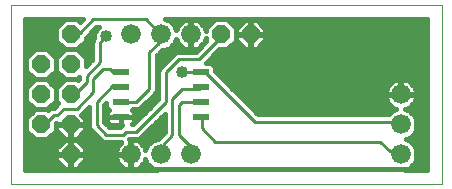
<source format=gtl>
G75*
%MOIN*%
%OFA0B0*%
%FSLAX25Y25*%
%IPPOS*%
%LPD*%
%AMOC8*
5,1,8,0,0,1.08239X$1,22.5*
%
%ADD10C,0.00000*%
%ADD11C,0.06600*%
%ADD12R,0.05512X0.01969*%
%ADD13OC8,0.06000*%
%ADD14C,0.01600*%
%ADD15C,0.01000*%
%ADD16C,0.04000*%
D10*
X0001800Y0001800D02*
X0001800Y0061761D01*
X0145501Y0061761D01*
X0145501Y0001800D01*
X0001800Y0001800D01*
D11*
X0041800Y0011800D03*
X0051800Y0011800D03*
X0061800Y0011800D03*
X0131800Y0011800D03*
X0131800Y0021800D03*
X0131800Y0031800D03*
X0061800Y0051800D03*
X0051800Y0051800D03*
X0041800Y0051800D03*
D12*
X0038398Y0039300D03*
X0038398Y0034339D03*
X0038398Y0029339D03*
X0038398Y0024339D03*
X0065202Y0024300D03*
X0065202Y0029300D03*
X0065202Y0034300D03*
X0065202Y0039300D03*
D13*
X0071800Y0051800D03*
X0081800Y0051800D03*
X0021800Y0051800D03*
X0021800Y0041800D03*
X0011800Y0041800D03*
X0011800Y0031800D03*
X0021800Y0031800D03*
X0021800Y0021800D03*
X0011800Y0021800D03*
X0021800Y0011850D03*
D14*
X0022000Y0012050D02*
X0026600Y0012050D01*
X0026600Y0013838D01*
X0023788Y0016650D01*
X0022000Y0016650D01*
X0022000Y0012050D01*
X0022000Y0011650D01*
X0026600Y0011650D01*
X0026600Y0009862D01*
X0023788Y0007050D01*
X0022000Y0007050D01*
X0022000Y0011650D01*
X0021600Y0011650D01*
X0021600Y0007050D01*
X0019812Y0007050D01*
X0017000Y0009862D01*
X0017000Y0011650D01*
X0021600Y0011650D01*
X0021600Y0012050D01*
X0021600Y0016650D01*
X0019812Y0016650D01*
X0017000Y0013838D01*
X0017000Y0012050D01*
X0021600Y0012050D01*
X0022000Y0012050D01*
X0022000Y0011391D02*
X0021600Y0011391D01*
X0021600Y0009793D02*
X0022000Y0009793D01*
X0022000Y0008194D02*
X0021600Y0008194D01*
X0018668Y0008194D02*
X0006600Y0008194D01*
X0006600Y0006600D02*
X0006600Y0056961D01*
X0025925Y0056961D01*
X0024818Y0055853D01*
X0023871Y0056800D01*
X0019729Y0056800D01*
X0016800Y0053871D01*
X0016800Y0049729D01*
X0019729Y0046800D01*
X0016800Y0043871D01*
X0013871Y0046800D01*
X0009729Y0046800D01*
X0006800Y0043871D01*
X0006800Y0039729D01*
X0009729Y0036800D01*
X0006800Y0033871D01*
X0006800Y0029729D01*
X0009729Y0026800D01*
X0013871Y0026800D01*
X0016800Y0029729D01*
X0016800Y0033871D01*
X0013871Y0036800D01*
X0009729Y0036800D01*
X0013871Y0036800D01*
X0016800Y0039729D01*
X0016800Y0043871D01*
X0016800Y0039729D01*
X0019729Y0036800D01*
X0016800Y0033871D01*
X0016800Y0029729D01*
X0017647Y0028882D01*
X0016164Y0027400D01*
X0015603Y0027400D01*
X0014684Y0027019D01*
X0014168Y0026503D01*
X0013871Y0026800D01*
X0009729Y0026800D01*
X0006800Y0023871D01*
X0006800Y0019729D01*
X0009729Y0016800D01*
X0013871Y0016800D01*
X0016800Y0019729D01*
X0016800Y0022064D01*
X0017000Y0022264D01*
X0017000Y0022000D01*
X0021600Y0022000D01*
X0021600Y0021600D01*
X0022000Y0021600D01*
X0022000Y0022000D01*
X0026600Y0022000D01*
X0026600Y0023788D01*
X0025312Y0025076D01*
X0025919Y0025684D01*
X0027900Y0027664D01*
X0027900Y0021103D01*
X0028281Y0020184D01*
X0031581Y0016884D01*
X0032284Y0016181D01*
X0033203Y0015800D01*
X0038629Y0015800D01*
X0038478Y0015690D01*
X0037910Y0015122D01*
X0037438Y0014473D01*
X0037074Y0013758D01*
X0036826Y0012994D01*
X0036700Y0012201D01*
X0036700Y0012000D01*
X0041600Y0012000D01*
X0041600Y0016900D01*
X0041399Y0016900D01*
X0041324Y0016888D01*
X0041336Y0016900D01*
X0044097Y0016900D01*
X0045016Y0017281D01*
X0053200Y0025464D01*
X0053200Y0019336D01*
X0050984Y0017119D01*
X0050964Y0017100D01*
X0050746Y0017100D01*
X0048798Y0016293D01*
X0047307Y0014802D01*
X0046679Y0013287D01*
X0046526Y0013758D01*
X0046162Y0014473D01*
X0045690Y0015122D01*
X0045122Y0015690D01*
X0044473Y0016162D01*
X0043758Y0016526D01*
X0042994Y0016774D01*
X0042201Y0016900D01*
X0042000Y0016900D01*
X0042000Y0012000D01*
X0041600Y0012000D01*
X0041600Y0011600D01*
X0042000Y0011600D01*
X0042000Y0006700D01*
X0042201Y0006700D01*
X0042994Y0006826D01*
X0043758Y0007074D01*
X0044473Y0007438D01*
X0045122Y0007910D01*
X0045690Y0008478D01*
X0046162Y0009127D01*
X0046526Y0009842D01*
X0046679Y0010313D01*
X0047307Y0008798D01*
X0048798Y0007307D01*
X0050504Y0006600D01*
X0006600Y0006600D01*
X0006600Y0009793D02*
X0017069Y0009793D01*
X0017000Y0011391D02*
X0006600Y0011391D01*
X0006600Y0012990D02*
X0017000Y0012990D01*
X0017750Y0014588D02*
X0006600Y0014588D01*
X0006600Y0016187D02*
X0019348Y0016187D01*
X0019812Y0017000D02*
X0021600Y0017000D01*
X0021600Y0021600D01*
X0017000Y0021600D01*
X0017000Y0019812D01*
X0019812Y0017000D01*
X0019027Y0017785D02*
X0014856Y0017785D01*
X0016455Y0019384D02*
X0017428Y0019384D01*
X0017000Y0020982D02*
X0016800Y0020982D01*
X0021600Y0020982D02*
X0022000Y0020982D01*
X0022000Y0021600D02*
X0022000Y0017000D01*
X0023788Y0017000D01*
X0026600Y0019812D01*
X0026600Y0021600D01*
X0022000Y0021600D01*
X0022000Y0019384D02*
X0021600Y0019384D01*
X0021600Y0017785D02*
X0022000Y0017785D01*
X0022000Y0016187D02*
X0021600Y0016187D01*
X0024252Y0016187D02*
X0032278Y0016187D01*
X0030679Y0017785D02*
X0024573Y0017785D01*
X0026172Y0019384D02*
X0029081Y0019384D01*
X0027950Y0020982D02*
X0026600Y0020982D01*
X0026600Y0022581D02*
X0027900Y0022581D01*
X0027900Y0024179D02*
X0026209Y0024179D01*
X0026013Y0025778D02*
X0027900Y0025778D01*
X0027900Y0027376D02*
X0027612Y0027376D01*
X0032900Y0027376D02*
X0033793Y0027376D01*
X0033643Y0027527D02*
X0034471Y0026698D01*
X0034202Y0026429D01*
X0033965Y0026018D01*
X0033843Y0025561D01*
X0033843Y0024339D01*
X0033843Y0023118D01*
X0033965Y0022660D01*
X0034202Y0022250D01*
X0034537Y0021915D01*
X0034948Y0021678D01*
X0035406Y0021555D01*
X0038398Y0021555D01*
X0038398Y0024339D01*
X0033843Y0024339D01*
X0038398Y0024339D01*
X0038398Y0024339D01*
X0038398Y0024339D01*
X0038398Y0021555D01*
X0038970Y0021555D01*
X0038884Y0021519D01*
X0038181Y0020816D01*
X0038164Y0020800D01*
X0034736Y0020800D01*
X0032900Y0022636D01*
X0032900Y0028264D01*
X0033643Y0029007D01*
X0033643Y0027527D01*
X0033610Y0028975D02*
X0033643Y0028975D01*
X0033901Y0025778D02*
X0032900Y0025778D01*
X0032900Y0024179D02*
X0033843Y0024179D01*
X0034011Y0022581D02*
X0032955Y0022581D01*
X0034553Y0020982D02*
X0038347Y0020982D01*
X0038398Y0022581D02*
X0038398Y0022581D01*
X0038398Y0024179D02*
X0038398Y0024179D01*
X0038399Y0024339D02*
X0038399Y0024339D01*
X0042954Y0024339D01*
X0042954Y0023118D01*
X0042832Y0022660D01*
X0042595Y0022250D01*
X0042260Y0021915D01*
X0042234Y0021900D01*
X0042564Y0021900D01*
X0051000Y0030336D01*
X0051000Y0039697D01*
X0051381Y0040616D01*
X0055781Y0045016D01*
X0055781Y0045016D01*
X0056484Y0045719D01*
X0057403Y0046100D01*
X0063464Y0046100D01*
X0066947Y0049582D01*
X0066800Y0049729D01*
X0066800Y0050767D01*
X0066774Y0050606D01*
X0066526Y0049842D01*
X0066162Y0049127D01*
X0065690Y0048478D01*
X0065122Y0047910D01*
X0064473Y0047438D01*
X0063758Y0047074D01*
X0062994Y0046826D01*
X0062201Y0046700D01*
X0062000Y0046700D01*
X0062000Y0051600D01*
X0061600Y0051600D01*
X0061600Y0046700D01*
X0061399Y0046700D01*
X0060606Y0046826D01*
X0059842Y0047074D01*
X0059127Y0047438D01*
X0058478Y0047910D01*
X0057910Y0048478D01*
X0057438Y0049127D01*
X0057074Y0049842D01*
X0056921Y0050313D01*
X0056293Y0048798D01*
X0054802Y0047307D01*
X0052854Y0046500D01*
X0052236Y0046500D01*
X0050500Y0044764D01*
X0050500Y0033203D01*
X0050119Y0032284D01*
X0049416Y0031581D01*
X0045016Y0027181D01*
X0044097Y0026800D01*
X0042428Y0026800D01*
X0042326Y0026698D01*
X0042595Y0026429D01*
X0042832Y0026018D01*
X0042954Y0025561D01*
X0042954Y0024339D01*
X0038399Y0024339D01*
X0042954Y0024179D02*
X0044844Y0024179D01*
X0046442Y0025778D02*
X0042896Y0025778D01*
X0045212Y0027376D02*
X0048041Y0027376D01*
X0046810Y0028975D02*
X0049639Y0028975D01*
X0048409Y0030573D02*
X0051000Y0030573D01*
X0051000Y0032172D02*
X0050007Y0032172D01*
X0050500Y0033770D02*
X0051000Y0033770D01*
X0051000Y0035369D02*
X0050500Y0035369D01*
X0050500Y0036967D02*
X0051000Y0036967D01*
X0051000Y0038566D02*
X0050500Y0038566D01*
X0050500Y0040164D02*
X0051193Y0040164D01*
X0050500Y0041763D02*
X0052527Y0041763D01*
X0054126Y0043361D02*
X0050500Y0043361D01*
X0050695Y0044960D02*
X0055724Y0044960D01*
X0052995Y0046558D02*
X0063923Y0046558D01*
X0065369Y0048157D02*
X0065521Y0048157D01*
X0066482Y0049755D02*
X0066800Y0049755D01*
X0062000Y0049755D02*
X0061600Y0049755D01*
X0061600Y0051354D02*
X0062000Y0051354D01*
X0062000Y0052000D02*
X0061600Y0052000D01*
X0061600Y0056900D01*
X0061399Y0056900D01*
X0060606Y0056774D01*
X0059842Y0056526D01*
X0059127Y0056162D01*
X0058478Y0055690D01*
X0057910Y0055122D01*
X0057438Y0054473D01*
X0057074Y0053758D01*
X0056921Y0053287D01*
X0056293Y0054802D01*
X0054802Y0056293D01*
X0053191Y0056961D01*
X0140701Y0056961D01*
X0140701Y0006600D01*
X0133096Y0006600D01*
X0134802Y0007307D01*
X0136293Y0008798D01*
X0137100Y0010746D01*
X0137100Y0012854D01*
X0136293Y0014802D01*
X0134802Y0016293D01*
X0133578Y0016800D01*
X0134802Y0017307D01*
X0136293Y0018798D01*
X0137100Y0020746D01*
X0137100Y0022854D01*
X0136293Y0024802D01*
X0134802Y0026293D01*
X0133287Y0026921D01*
X0133758Y0027074D01*
X0134473Y0027438D01*
X0135122Y0027910D01*
X0135690Y0028478D01*
X0136162Y0029127D01*
X0136526Y0029842D01*
X0136774Y0030606D01*
X0136900Y0031399D01*
X0136900Y0031600D01*
X0132000Y0031600D01*
X0132000Y0032000D01*
X0131600Y0032000D01*
X0131600Y0036900D01*
X0131399Y0036900D01*
X0130606Y0036774D01*
X0129842Y0036526D01*
X0129127Y0036162D01*
X0128478Y0035690D01*
X0127910Y0035122D01*
X0127438Y0034473D01*
X0127074Y0033758D01*
X0126826Y0032994D01*
X0126700Y0032201D01*
X0126700Y0032000D01*
X0131600Y0032000D01*
X0131600Y0031600D01*
X0126700Y0031600D01*
X0126700Y0031399D01*
X0126826Y0030606D01*
X0127074Y0029842D01*
X0127438Y0029127D01*
X0127910Y0028478D01*
X0128478Y0027910D01*
X0129127Y0027438D01*
X0129842Y0027074D01*
X0130313Y0026921D01*
X0128798Y0026293D01*
X0127705Y0025200D01*
X0084236Y0025200D01*
X0069957Y0039478D01*
X0069957Y0041113D01*
X0068786Y0042284D01*
X0066720Y0042284D01*
X0071236Y0046800D01*
X0073871Y0046800D01*
X0076800Y0049729D01*
X0076800Y0053871D01*
X0073871Y0056800D01*
X0069729Y0056800D01*
X0066800Y0053871D01*
X0066800Y0052833D01*
X0066774Y0052994D01*
X0066526Y0053758D01*
X0066162Y0054473D01*
X0065690Y0055122D01*
X0065122Y0055690D01*
X0064473Y0056162D01*
X0063758Y0056526D01*
X0062994Y0056774D01*
X0062201Y0056900D01*
X0062000Y0056900D01*
X0062000Y0052000D01*
X0062000Y0052952D02*
X0061600Y0052952D01*
X0061600Y0054551D02*
X0062000Y0054551D01*
X0062000Y0056149D02*
X0061600Y0056149D01*
X0059110Y0056149D02*
X0054946Y0056149D01*
X0056397Y0054551D02*
X0057495Y0054551D01*
X0064490Y0056149D02*
X0069078Y0056149D01*
X0067480Y0054551D02*
X0066105Y0054551D01*
X0066781Y0052952D02*
X0066800Y0052952D01*
X0074522Y0056149D02*
X0079361Y0056149D01*
X0079812Y0056600D02*
X0077000Y0053788D01*
X0077000Y0052000D01*
X0081600Y0052000D01*
X0081600Y0056600D01*
X0079812Y0056600D01*
X0081600Y0056149D02*
X0082000Y0056149D01*
X0082000Y0056600D02*
X0083788Y0056600D01*
X0086600Y0053788D01*
X0086600Y0052000D01*
X0082000Y0052000D01*
X0082000Y0051600D01*
X0086600Y0051600D01*
X0086600Y0049812D01*
X0083788Y0047000D01*
X0082000Y0047000D01*
X0082000Y0051600D01*
X0081600Y0051600D01*
X0081600Y0047000D01*
X0079812Y0047000D01*
X0077000Y0049812D01*
X0077000Y0051600D01*
X0081600Y0051600D01*
X0081600Y0052000D01*
X0082000Y0052000D01*
X0082000Y0056600D01*
X0084239Y0056149D02*
X0140701Y0056149D01*
X0140701Y0054551D02*
X0085837Y0054551D01*
X0086600Y0052952D02*
X0140701Y0052952D01*
X0140701Y0051354D02*
X0086600Y0051354D01*
X0086544Y0049755D02*
X0140701Y0049755D01*
X0140701Y0048157D02*
X0084945Y0048157D01*
X0082000Y0048157D02*
X0081600Y0048157D01*
X0078655Y0048157D02*
X0075228Y0048157D01*
X0076800Y0049755D02*
X0077056Y0049755D01*
X0077000Y0051354D02*
X0076800Y0051354D01*
X0076800Y0052952D02*
X0077000Y0052952D01*
X0077763Y0054551D02*
X0076120Y0054551D01*
X0081600Y0054551D02*
X0082000Y0054551D01*
X0082000Y0052952D02*
X0081600Y0052952D01*
X0081600Y0051354D02*
X0082000Y0051354D01*
X0082000Y0049755D02*
X0081600Y0049755D01*
X0070994Y0046558D02*
X0140701Y0046558D01*
X0140701Y0044960D02*
X0069395Y0044960D01*
X0067797Y0043361D02*
X0140701Y0043361D01*
X0140701Y0041763D02*
X0069307Y0041763D01*
X0069957Y0040164D02*
X0140701Y0040164D01*
X0140701Y0038566D02*
X0070870Y0038566D01*
X0072468Y0036967D02*
X0140701Y0036967D01*
X0140701Y0035369D02*
X0135444Y0035369D01*
X0135690Y0035122D02*
X0135122Y0035690D01*
X0134473Y0036162D01*
X0133758Y0036526D01*
X0132994Y0036774D01*
X0132201Y0036900D01*
X0132000Y0036900D01*
X0132000Y0032000D01*
X0136900Y0032000D01*
X0136900Y0032201D01*
X0136774Y0032994D01*
X0136526Y0033758D01*
X0136162Y0034473D01*
X0135690Y0035122D01*
X0136520Y0033770D02*
X0140701Y0033770D01*
X0140701Y0032172D02*
X0136900Y0032172D01*
X0136800Y0031800D02*
X0131800Y0031800D01*
X0131600Y0032172D02*
X0132000Y0032172D01*
X0132000Y0033770D02*
X0131600Y0033770D01*
X0131600Y0035369D02*
X0132000Y0035369D01*
X0128156Y0035369D02*
X0074067Y0035369D01*
X0075665Y0033770D02*
X0127080Y0033770D01*
X0126700Y0032172D02*
X0077264Y0032172D01*
X0078862Y0030573D02*
X0126836Y0030573D01*
X0127549Y0028975D02*
X0080461Y0028975D01*
X0082059Y0027376D02*
X0129248Y0027376D01*
X0128282Y0025778D02*
X0083658Y0025778D01*
X0053200Y0024179D02*
X0051915Y0024179D01*
X0053200Y0022581D02*
X0050316Y0022581D01*
X0048718Y0020982D02*
X0053200Y0020982D01*
X0053200Y0019384D02*
X0047119Y0019384D01*
X0045521Y0017785D02*
X0051650Y0017785D01*
X0048691Y0016187D02*
X0044425Y0016187D01*
X0042000Y0016187D02*
X0041600Y0016187D01*
X0041600Y0014588D02*
X0042000Y0014588D01*
X0042000Y0012990D02*
X0041600Y0012990D01*
X0041800Y0011800D02*
X0041800Y0006800D01*
X0136800Y0006800D01*
X0136800Y0031800D01*
X0136764Y0030573D02*
X0140701Y0030573D01*
X0140701Y0028975D02*
X0136051Y0028975D01*
X0134351Y0027376D02*
X0140701Y0027376D01*
X0140701Y0025778D02*
X0135318Y0025778D01*
X0136551Y0024179D02*
X0140701Y0024179D01*
X0140701Y0022581D02*
X0137100Y0022581D01*
X0137100Y0020982D02*
X0140701Y0020982D01*
X0140701Y0019384D02*
X0136536Y0019384D01*
X0135280Y0017785D02*
X0140701Y0017785D01*
X0140701Y0016187D02*
X0134909Y0016187D01*
X0136382Y0014588D02*
X0140701Y0014588D01*
X0140701Y0012990D02*
X0137044Y0012990D01*
X0137100Y0011391D02*
X0140701Y0011391D01*
X0140701Y0009793D02*
X0136705Y0009793D01*
X0135689Y0008194D02*
X0140701Y0008194D01*
X0047911Y0008194D02*
X0045407Y0008194D01*
X0042000Y0008194D02*
X0041600Y0008194D01*
X0040606Y0006826D02*
X0039842Y0007074D01*
X0039127Y0007438D01*
X0038478Y0007910D01*
X0037910Y0008478D01*
X0037438Y0009127D01*
X0037074Y0009842D01*
X0036826Y0010606D01*
X0036700Y0011399D01*
X0036700Y0011600D01*
X0041600Y0011600D01*
X0041600Y0006700D01*
X0041399Y0006700D01*
X0040606Y0006826D01*
X0038193Y0008194D02*
X0024932Y0008194D01*
X0026531Y0009793D02*
X0037099Y0009793D01*
X0036701Y0011391D02*
X0026600Y0011391D01*
X0026600Y0012990D02*
X0036825Y0012990D01*
X0037522Y0014588D02*
X0025850Y0014588D01*
X0022000Y0014588D02*
X0021600Y0014588D01*
X0021600Y0012990D02*
X0022000Y0012990D01*
X0008744Y0017785D02*
X0006600Y0017785D01*
X0006600Y0019384D02*
X0007145Y0019384D01*
X0006800Y0020982D02*
X0006600Y0020982D01*
X0006600Y0022581D02*
X0006800Y0022581D01*
X0006600Y0024179D02*
X0007108Y0024179D01*
X0006600Y0025778D02*
X0008707Y0025778D01*
X0009153Y0027376D02*
X0006600Y0027376D01*
X0006600Y0028975D02*
X0007554Y0028975D01*
X0006800Y0030573D02*
X0006600Y0030573D01*
X0006600Y0032172D02*
X0006800Y0032172D01*
X0006800Y0033770D02*
X0006600Y0033770D01*
X0006600Y0035369D02*
X0008298Y0035369D01*
X0009562Y0036967D02*
X0006600Y0036967D01*
X0006600Y0038566D02*
X0007963Y0038566D01*
X0006800Y0040164D02*
X0006600Y0040164D01*
X0006600Y0041763D02*
X0006800Y0041763D01*
X0006800Y0043361D02*
X0006600Y0043361D01*
X0006600Y0044960D02*
X0007889Y0044960D01*
X0006600Y0046558D02*
X0009487Y0046558D01*
X0006600Y0048157D02*
X0018372Y0048157D01*
X0019729Y0046800D02*
X0023871Y0046800D01*
X0019729Y0046800D01*
X0019487Y0046558D02*
X0014113Y0046558D01*
X0015711Y0044960D02*
X0017889Y0044960D01*
X0016800Y0043361D02*
X0016800Y0043361D01*
X0016800Y0041763D02*
X0016800Y0041763D01*
X0016800Y0040164D02*
X0016800Y0040164D01*
X0015637Y0038566D02*
X0017963Y0038566D01*
X0019562Y0036967D02*
X0014038Y0036967D01*
X0015302Y0035369D02*
X0018298Y0035369D01*
X0019729Y0036800D02*
X0023871Y0036800D01*
X0024168Y0036503D01*
X0024600Y0036936D01*
X0024600Y0037529D01*
X0023871Y0036800D01*
X0019729Y0036800D01*
X0024038Y0036967D02*
X0024600Y0036967D01*
X0016800Y0033770D02*
X0016800Y0033770D01*
X0016800Y0032172D02*
X0016800Y0032172D01*
X0016800Y0030573D02*
X0016800Y0030573D01*
X0016046Y0028975D02*
X0017554Y0028975D01*
X0015545Y0027376D02*
X0014447Y0027376D01*
X0042786Y0022581D02*
X0043245Y0022581D01*
X0046078Y0014588D02*
X0047218Y0014588D01*
X0042000Y0011391D02*
X0041600Y0011391D01*
X0041600Y0009793D02*
X0042000Y0009793D01*
X0046501Y0009793D02*
X0046895Y0009793D01*
X0026800Y0041336D02*
X0026800Y0043871D01*
X0023871Y0046800D01*
X0026800Y0049729D01*
X0026800Y0050764D01*
X0030336Y0054300D01*
X0031043Y0054300D01*
X0030309Y0053566D01*
X0029700Y0052096D01*
X0029700Y0050836D01*
X0029381Y0050516D01*
X0029000Y0049597D01*
X0029000Y0043536D01*
X0026800Y0041336D01*
X0026800Y0041763D02*
X0027227Y0041763D01*
X0026800Y0043361D02*
X0028826Y0043361D01*
X0029000Y0044960D02*
X0025711Y0044960D01*
X0024113Y0046558D02*
X0029000Y0046558D01*
X0029000Y0048157D02*
X0025228Y0048157D01*
X0026800Y0049755D02*
X0029065Y0049755D01*
X0029700Y0051354D02*
X0027389Y0051354D01*
X0028988Y0052952D02*
X0030055Y0052952D01*
X0025114Y0056149D02*
X0024522Y0056149D01*
X0019078Y0056149D02*
X0006600Y0056149D01*
X0006600Y0054551D02*
X0017480Y0054551D01*
X0016800Y0052952D02*
X0006600Y0052952D01*
X0006600Y0051354D02*
X0016800Y0051354D01*
X0016800Y0049755D02*
X0006600Y0049755D01*
X0055652Y0048157D02*
X0058231Y0048157D01*
X0061600Y0048157D02*
X0062000Y0048157D01*
X0057118Y0049755D02*
X0056690Y0049755D01*
D15*
X0051800Y0051800D02*
X0051300Y0052400D01*
X0046900Y0056800D01*
X0029300Y0056800D01*
X0024900Y0052400D01*
X0022700Y0052400D01*
X0021800Y0051800D01*
X0031500Y0049100D02*
X0033700Y0051300D01*
X0031500Y0049100D02*
X0031500Y0042500D01*
X0027100Y0038100D01*
X0027100Y0035900D01*
X0023800Y0032600D01*
X0022700Y0032600D01*
X0021800Y0031800D01*
X0023800Y0027100D02*
X0029300Y0032600D01*
X0029300Y0037000D01*
X0032600Y0040300D01*
X0034800Y0040300D01*
X0035900Y0039200D01*
X0038100Y0039200D01*
X0038398Y0039300D01*
X0038100Y0034800D02*
X0035900Y0034800D01*
X0030400Y0029300D01*
X0030400Y0021600D01*
X0033700Y0018300D01*
X0039200Y0018300D01*
X0040300Y0019400D01*
X0043600Y0019400D01*
X0053500Y0029300D01*
X0053500Y0039200D01*
X0057900Y0043600D01*
X0064500Y0043600D01*
X0072200Y0051300D01*
X0071800Y0051800D01*
X0051800Y0051800D02*
X0051300Y0051300D01*
X0051300Y0049100D01*
X0048000Y0045800D01*
X0048000Y0033700D01*
X0043600Y0029300D01*
X0039200Y0029300D01*
X0038398Y0029339D01*
X0038398Y0034339D02*
X0038100Y0034800D01*
X0023800Y0027100D02*
X0019400Y0027100D01*
X0017200Y0024900D01*
X0016100Y0024900D01*
X0012800Y0021600D01*
X0011800Y0021800D01*
X0051800Y0011800D02*
X0052400Y0012800D01*
X0052400Y0015000D01*
X0055700Y0018300D01*
X0055700Y0030400D01*
X0059000Y0033700D01*
X0064500Y0033700D01*
X0065202Y0034300D01*
X0065202Y0029300D02*
X0059000Y0029300D01*
X0057900Y0028200D01*
X0057900Y0018300D01*
X0061200Y0015000D01*
X0061200Y0012800D01*
X0061800Y0011800D01*
X0070000Y0016100D02*
X0125000Y0016100D01*
X0128300Y0012800D01*
X0131600Y0012800D01*
X0131800Y0011800D01*
X0131800Y0021800D02*
X0131600Y0022700D01*
X0083200Y0022700D01*
X0066700Y0039200D01*
X0065600Y0039200D01*
X0065202Y0039300D01*
X0064500Y0039200D01*
X0059000Y0039200D01*
X0065202Y0024300D02*
X0065600Y0023800D01*
X0065600Y0020500D01*
X0070000Y0016100D01*
D16*
X0059000Y0039200D03*
X0033700Y0051300D03*
M02*

</source>
